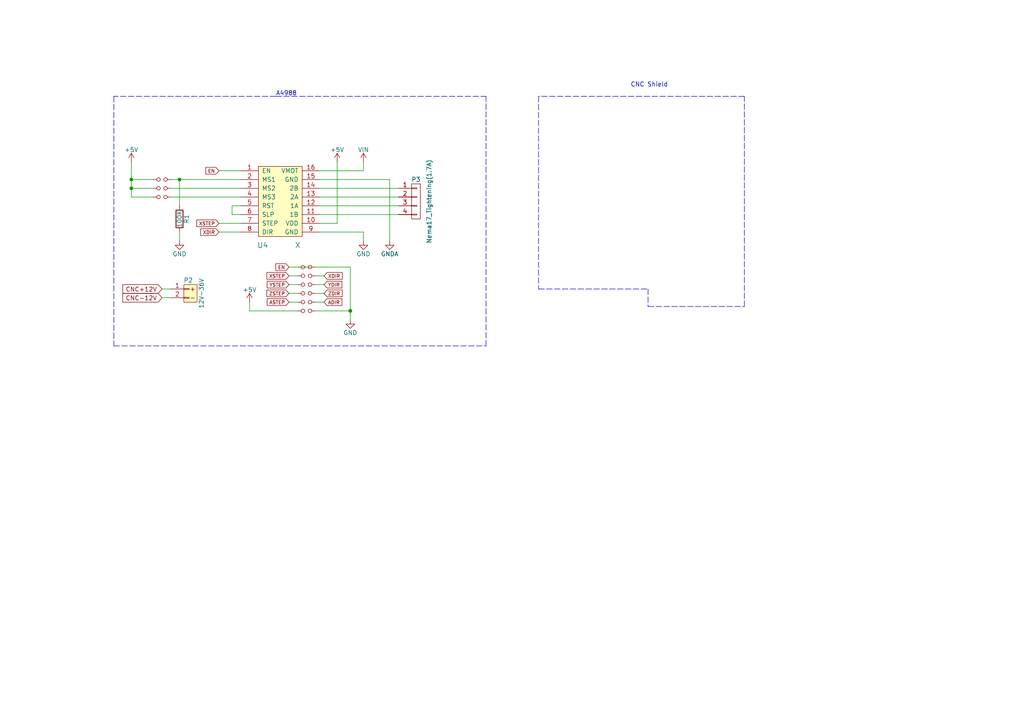
<source format=kicad_sch>
(kicad_sch (version 20211123) (generator eeschema)
  (paper "A4")
  (lib_symbols
    (symbol "Device:R" (pin_numbers hide) (pin_names (offset 0))
      (property "Reference" "R" (at 2.032 0 90))
      (property "Value" "R" (at 0 0 90))
      (symbol "R_0_1"
        (rectangle (start -1.016 -2.54) (end 1.016 2.54) (stroke (width 0.254)))
      )
      (symbol "R_1_1"
        (pin passive line (at 0 3.81 270) (length 1.27) (name "~") (number "1"))
        (pin passive line (at 0 -3.81 90) (length 1.27) (name "~") (number "2"))
      )
    )
    (symbol "power:+5V" (power) (pin_names (offset 0))
      (property "Value" "+5V" (at 0 3.556 0))
      (symbol "+5V_0_1"
        (polyline (pts (xy -0.762 1.27) (xy 0 2.54)))
        (polyline (pts (xy 0 0) (xy 0 2.54)))
        (polyline (pts (xy 0 2.54) (xy 0.762 1.27)))
      )
      (symbol "+5V_1_1"
        (pin power_in line (at 0 0 90) (length 0) hide (name "+5V") (number "1"))
      )
    )
    (symbol "power:GND" (power) (pin_names (offset 0))
      (property "Value" "GND" (at 0 -3.81 0))
      (symbol "GND_0_1"
        (polyline (pts (xy 0 0) (xy 0 -1.27) (xy 1.27 -1.27) (xy 0 -2.54) (xy -1.27 -1.27) (xy 0 -1.27)))
      )
      (symbol "GND_1_1"
        (pin power_in line (at 0 0 270) (length 0) hide (name "GND") (number "1"))
      )
    )
    (symbol "power:GNDA" (power) (pin_names (offset 0))
      (property "Value" "GNDA" (at 0 -3.81 0))
      (symbol "GNDA_0_1"
        (polyline (pts (xy 0 0) (xy 0 -1.27) (xy 1.27 -1.27) (xy 0 -2.54) (xy -1.27 -1.27) (xy 0 -1.27)))
      )
      (symbol "GNDA_1_1"
        (pin power_in line (at 0 0 270) (length 0) hide (name "GNDA") (number "1"))
      )
    )
    (symbol "sb-cnc-shield-rescue:CONN_01X02" (pin_names (offset 1.016) hide)
      (property "Reference" "P?" (at -1.27 2.54 0))
      (property "Value" "12V-36V" (at 2.54 -1.27 90))
      (symbol "CONN_01X02_0_0"
        (text "+" (at 0 0 0) (effects (font (size 1.27 1.27))))
        (text "-" (at 0 -2.54 0) (effects (font (size 1.27 1.27))))
      )
      (symbol "CONN_01X02_0_1"
        (rectangle (start -2.54 -2.413) (end -1.016 -2.667))
        (rectangle (start -2.54 0.127) (end -1.016 -0.127))
        (rectangle (start -2.54 1.27) (end 1.27 -3.81) (fill (type background)))
      )
      (symbol "CONN_01X02_1_1"
        (pin passive line (at -6.35 0 0) (length 3.81) (name "P1") (number "1"))
        (pin passive line (at -6.35 -2.54 0) (length 3.81) (name "P2") (number "2"))
      )
    )
    (symbol "sb-cnc-shield-rescue:CONN_01X04" (pin_names (offset 1.016) hide)
      (property "Reference" "P" (at 0 6.35 0))
      (property "Value" "CONN_01X04" (at 2.54 0 90))
      (symbol "CONN_01X04_0_1"
        (rectangle (start -1.27 -3.683) (end 0.254 -3.937))
        (rectangle (start -1.27 -1.143) (end 0.254 -1.397))
        (rectangle (start -1.27 1.397) (end 0.254 1.143))
        (rectangle (start -1.27 3.937) (end 0.254 3.683))
        (rectangle (start -1.27 5.08) (end 1.27 -5.08))
      )
      (symbol "CONN_01X04_1_1"
        (pin passive line (at -5.08 3.81 0) (length 3.81) (name "P1") (number "1"))
        (pin passive line (at -5.08 1.27 0) (length 3.81) (name "P2") (number "2"))
        (pin passive line (at -5.08 -1.27 0) (length 3.81) (name "P3") (number "3"))
        (pin passive line (at -5.08 -3.81 0) (length 3.81) (name "P4") (number "4"))
      )
    )
    (symbol "sb-cnc-shield-rescue:Jumper_NO_Small-Device" (pin_numbers hide) (pin_names (offset 0.762) hide)
      (property "Reference" "JP" (at 0 2.032 0))
      (property "Value" "Jumper_NO_Small-Device" (at 0.254 -1.524 0))
      (symbol "Jumper_NO_Small-Device_0_1"
        (circle (center -1.016 0) (radius 0.508))
        (circle (center 1.016 0) (radius 0.508))
        (pin passive line (at -2.54 0 0) (length 1.016) (name "1") (number "1"))
        (pin passive line (at 2.54 0 180) (length 1.016) (name "2") (number "2"))
      )
    )
    (symbol "sb-cnc-shield-rescue:POLOLU_STEPPER_DRIVER" (pin_names (offset 1.016))
      (property "Reference" "U?" (at -5.08 -11.43 0))
      (property "Value" "X" (at 5.08 -11.43 0))
      (symbol "POLOLU_STEPPER_DRIVER_0_1"
        (rectangle (start -6.35 -8.89) (end 6.35 11.43) (fill (type background)))
      )
      (symbol "POLOLU_STEPPER_DRIVER_1_1"
        (pin input line (at -11.43 10.16 0) (length 5.08) (name "EN") (number "1"))
        (pin input line (at 11.43 -5.08 180) (length 5.08) (name "VDD") (number "10"))
        (pin input line (at 11.43 -2.54 180) (length 5.08) (name "1B") (number "11"))
        (pin input line (at 11.43 0 180) (length 5.08) (name "1A") (number "12"))
        (pin input line (at 11.43 2.54 180) (length 5.08) (name "2A") (number "13"))
        (pin input line (at 11.43 5.08 180) (length 5.08) (name "2B") (number "14"))
        (pin input line (at 11.43 7.62 180) (length 5.08) (name "GND") (number "15"))
        (pin input line (at 11.43 10.16 180) (length 5.08) (name "VMOT") (number "16"))
        (pin input line (at -11.43 7.62 0) (length 5.08) (name "MS1") (number "2"))
        (pin input line (at -11.43 5.08 0) (length 5.08) (name "MS2") (number "3"))
        (pin input line (at -11.43 2.54 0) (length 5.08) (name "MS3") (number "4"))
        (pin input line (at -11.43 0 0) (length 5.08) (name "RST") (number "5"))
        (pin input line (at -11.43 -2.54 0) (length 5.08) (name "SLP") (number "6"))
        (pin input line (at -11.43 -5.08 0) (length 5.08) (name "STEP") (number "7"))
        (pin input line (at -11.43 -7.62 0) (length 5.08) (name "DIR") (number "8"))
        (pin input line (at 11.43 -7.62 180) (length 5.08) (name "GND") (number "9"))
      )
    )
    (symbol "sb-cnc-shield-rescue:VIN" (power) (pin_names (offset 0))
      (property "Value" "VIN" (at 0 3.556 0))
      (symbol "VIN_0_1"
        (polyline (pts (xy -0.762 1.27) (xy 0 2.54)))
        (polyline (pts (xy 0 0) (xy 0 2.54)))
        (polyline (pts (xy 0 2.54) (xy 0.762 1.27)))
      )
      (symbol "VIN_1_1"
        (pin power_in line (at 0 0 90) (length 0) hide (name "VIN") (number "1"))
      )
    )
  )
  (junction (at 38.1 52.07))
  (junction (at 52.07 52.07))
  (junction (at 38.1 54.61))
  (junction (at 101.6 90.17))
  (wire (pts (xy 67.31 59.69) (xy 67.31 62.23)))
  (wire (pts (xy 49.53 83.82) (xy 46.99 83.82)))
  (wire (pts (xy 105.41 67.31) (xy 105.41 69.85)))
  (wire (pts (xy 86.36 90.17) (xy 72.39 90.17)))
  (wire (pts (xy 38.1 52.07) (xy 38.1 54.61)))
  (wire (pts (xy 92.71 57.15) (xy 115.57 57.15)))
  (wire (pts (xy 67.31 62.23) (xy 69.85 62.23)))
  (wire (pts (xy 38.1 46.99) (xy 38.1 52.07)))
  (polyline (pts (xy 33.02 27.94) (xy 33.02 100.33)))
  (wire (pts (xy 101.6 77.47) (xy 91.44 77.47)))
  (polyline (pts (xy 187.96 83.82) (xy 187.96 88.9)))
  (polyline (pts (xy 80.01 27.94) (xy 33.02 27.94)))
  (wire (pts (xy 83.82 85.09) (xy 86.36 85.09)))
  (wire (pts (xy 105.41 49.53) (xy 105.41 46.99)))
  (wire (pts (xy 63.5 49.53) (xy 69.85 49.53)))
  (wire (pts (xy 87.63 77.47) (xy 90.17 77.47)))
  (wire (pts (xy 91.44 82.55) (xy 93.98 82.55)))
  (wire (pts (xy 63.5 64.77) (xy 69.85 64.77)))
  (wire (pts (xy 83.82 80.01) (xy 86.36 80.01)))
  (wire (pts (xy 115.57 54.61) (xy 92.71 54.61)))
  (wire (pts (xy 72.39 90.17) (xy 72.39 87.63)))
  (wire (pts (xy 38.1 54.61) (xy 38.1 57.15)))
  (wire (pts (xy 52.07 59.69) (xy 52.07 52.07)))
  (polyline (pts (xy 156.21 27.94) (xy 156.21 83.82)))
  (wire (pts (xy 52.07 67.31) (xy 52.07 69.85)))
  (wire (pts (xy 83.82 87.63) (xy 86.36 87.63)))
  (polyline (pts (xy 156.21 83.82) (xy 187.96 83.82)))
  (wire (pts (xy 97.79 64.77) (xy 97.79 46.99)))
  (wire (pts (xy 91.44 80.01) (xy 93.98 80.01)))
  (wire (pts (xy 44.45 52.07) (xy 38.1 52.07)))
  (wire (pts (xy 52.07 52.07) (xy 69.85 52.07)))
  (wire (pts (xy 83.82 77.47) (xy 86.36 77.47)))
  (polyline (pts (xy 33.02 100.33) (xy 140.97 100.33)))
  (wire (pts (xy 92.71 64.77) (xy 97.79 64.77)))
  (polyline (pts (xy 215.9 88.9) (xy 215.9 27.94)))
  (wire (pts (xy 83.82 82.55) (xy 86.36 82.55)))
  (wire (pts (xy 92.71 52.07) (xy 113.03 52.07)))
  (wire (pts (xy 63.5 67.31) (xy 69.85 67.31)))
  (polyline (pts (xy 80.01 27.94) (xy 140.97 27.94)))
  (wire (pts (xy 92.71 67.31) (xy 105.41 67.31)))
  (wire (pts (xy 69.85 54.61) (xy 49.53 54.61)))
  (polyline (pts (xy 187.96 88.9) (xy 215.9 88.9)))
  (wire (pts (xy 69.85 59.69) (xy 67.31 59.69)))
  (wire (pts (xy 101.6 90.17) (xy 101.6 92.71)))
  (wire (pts (xy 38.1 54.61) (xy 44.45 54.61)))
  (wire (pts (xy 92.71 62.23) (xy 115.57 62.23)))
  (polyline (pts (xy 215.9 27.94) (xy 156.21 27.94)))
  (wire (pts (xy 49.53 52.07) (xy 52.07 52.07)))
  (wire (pts (xy 38.1 57.15) (xy 44.45 57.15)))
  (wire (pts (xy 91.44 90.17) (xy 101.6 90.17)))
  (wire (pts (xy 49.53 86.36) (xy 46.99 86.36)))
  (wire (pts (xy 91.44 87.63) (xy 93.98 87.63)))
  (wire (pts (xy 101.6 77.47) (xy 101.6 90.17)))
  (polyline (pts (xy 140.97 100.33) (xy 140.97 27.94)))
  (wire (pts (xy 91.44 85.09) (xy 93.98 85.09)))
  (wire (pts (xy 113.03 52.07) (xy 113.03 69.85)))
  (wire (pts (xy 92.71 49.53) (xy 105.41 49.53)))
  (wire (pts (xy 69.85 57.15) (xy 49.53 57.15)))
  (wire (pts (xy 92.71 59.69) (xy 115.57 59.69)))
  (text "A4988" (at 80.01 27.94 0) (effects (font (size 1.27 1.27)) (justify left bottom)))
  (text "CNC Shield" (at 182.88 25.4 0) (effects (font (size 1.27 1.27)) (justify left bottom)))
  (global_label "YDIR" (shape input) (at 93.98 82.55 0) (effects (font (size 0.9906 0.9906))) (property "Intersheet References" "${INTERSHEET_REFS}" (effects hide)))
  (global_label "EN" (shape input) (at 63.5 49.53 180) (effects (font (size 0.9906 0.9906))) (property "Intersheet References" "${INTERSHEET_REFS}" (effects hide)))
  (global_label "EN" (shape input) (at 83.82 77.47 180) (effects (font (size 0.9906 0.9906))) (property "Intersheet References" "${INTERSHEET_REFS}" (effects hide)))
  (global_label "XSTEP" (shape input) (at 63.5 64.77 180) (effects (font (size 0.9906 0.9906))) (property "Intersheet References" "${INTERSHEET_REFS}" (effects hide)))
  (global_label "XDIR" (shape input) (at 63.5 67.31 180) (effects (font (size 0.9906 0.9906))) (property "Intersheet References" "${INTERSHEET_REFS}" (effects hide)))
  (global_label "CNC-12V" (shape input) (at 46.99 86.36 180) (property "Intersheet References" "${INTERSHEET_REFS}" (effects hide)))
  (global_label "CNC+12V" (shape input) (at 46.99 83.82 180) (property "Intersheet References" "${INTERSHEET_REFS}" (effects hide)))
  (global_label "XSTEP" (shape input) (at 83.82 80.01 180) (effects (font (size 0.9906 0.9906))) (property "Intersheet References" "${INTERSHEET_REFS}" (effects hide)))
  (global_label "XDIR" (shape input) (at 93.98 80.01 0) (effects (font (size 0.9906 0.9906))) (property "Intersheet References" "${INTERSHEET_REFS}" (effects hide)))
  (global_label "ADIR" (shape input) (at 93.98 87.63 0) (effects (font (size 0.9906 0.9906))) (property "Intersheet References" "${INTERSHEET_REFS}" (effects hide)))
  (global_label "ZDIR" (shape input) (at 93.98 85.09 0) (effects (font (size 0.9906 0.9906))) (property "Intersheet References" "${INTERSHEET_REFS}" (effects hide)))
  (global_label "YSTEP" (shape input) (at 83.82 82.55 180) (effects (font (size 0.9906 0.9906))) (property "Intersheet References" "${INTERSHEET_REFS}" (effects hide)))
  (global_label "ASTEP" (shape input) (at 83.82 87.63 180) (effects (font (size 0.9906 0.9906))) (property "Intersheet References" "${INTERSHEET_REFS}" (effects hide)))
  (global_label "ZSTEP" (shape input) (at 83.82 85.09 180) (effects (font (size 0.9906 0.9906))) (property "Intersheet References" "${INTERSHEET_REFS}" (effects hide)))
  (symbol (lib_id "sb-cnc-shield-rescue:Jumper_NO_Small-Device") (at 46.99 54.61 0) (unit 1)
    (property "Reference" "JP2" (effects hide))
    (property "Value" "Jumper_NO_Small" (effects hide))
    (property "Footprint" "footprints:Pin_100mil_Header_Straight_1x02" (effects hide))
  )
  (symbol (lib_id "sb-cnc-shield-rescue:Jumper_NO_Small-Device") (at 88.9 87.63 0) (unit 1)
    (property "Reference" "JP8" (effects hide))
    (property "Value" "ASTEP/DIR" (effects hide))
    (property "Footprint" "footprints:Pin_100mil_Header_Straight_1x02" (effects hide))
  )
  (symbol (lib_id "sb-cnc-shield-rescue:Jumper_NO_Small-Device") (at 46.99 52.07 0) (unit 1)
    (property "Reference" "JP1" (effects hide))
    (property "Value" "Jumper_NO_Small" (effects hide))
    (property "Footprint" "footprints:Pin_100mil_Header_Straight_1x02" (effects hide))
  )
  (symbol (lib_id "sb-cnc-shield-rescue:VIN") (at 105.41 46.99 0) (unit 1)
    (property "Reference" "#PWR012" (effects hide))
    (property "Value" "VIN" (at 105.41 43.434 0))
  )
  (symbol (lib_id "sb-cnc-shield-rescue:Jumper_NO_Small-Device") (at 88.9 82.55 0) (unit 1)
    (property "Reference" "JP6" (effects hide))
    (property "Value" "YSTEP/DIR" (effects hide))
    (property "Footprint" "footprints:Pin_100mil_Header_Straight_1x02" (effects hide))
  )
  (symbol (lib_id "sb-cnc-shield-rescue:Jumper_NO_Small-Device") (at 88.9 77.47 0) (unit 1)
    (property "Reference" "JP4" (effects hide))
    (property "Value" "EN/GND" (effects hide))
    (property "Footprint" "footprints:Pin_100mil_Header_Straight_1x02" (effects hide))
  )
  (symbol (lib_id "sb-cnc-shield-rescue:Jumper_NO_Small-Device") (at 88.9 80.01 0) (unit 1)
    (property "Reference" "JP5" (effects hide))
    (property "Value" "XSTEP/DIR" (effects hide))
    (property "Footprint" "footprints:Pin_100mil_Header_Straight_1x02" (effects hide))
  )
  (symbol (lib_id "sb-cnc-shield-rescue:CONN_01X04") (at 120.65 58.42 0) (unit 1)
    (property "Reference" "P3" (at 120.65 52.07 0))
    (property "Value" "Nema17_Tightening(1.7A)" (at 124.46 58.42 90))
    (property "Footprint" "Pin_Headers:Pin_Header_Straight_2x04" (effects hide))
  )
  (symbol (lib_id "power:GND") (at 52.07 69.85 0) (unit 1)
    (property "Reference" "#PWR08" (effects hide))
    (property "Value" "GND" (at 52.07 73.66 0))
  )
  (symbol (lib_id "sb-cnc-shield-rescue:CONN_01X02") (at 55.88 83.82 0) (unit 1)
    (property "Reference" "P2" (at 54.61 81.28 0))
    (property "Value" "12V-36V" (at 58.42 85.09 90))
    (property "Footprint" "footprints:CONN_01x02_PITCH_5.08mm" (effects hide))
  )
  (symbol (lib_id "power:GND") (at 105.41 69.85 0) (unit 1)
    (property "Reference" "#PWR013" (effects hide))
    (property "Value" "GND" (at 105.41 73.66 0))
  )
  (symbol (lib_id "power:+5V") (at 72.39 87.63 0) (unit 1)
    (property "Reference" "#PWR09" (effects hide))
    (property "Value" "+5V" (at 72.39 84.074 0))
  )
  (symbol (lib_id "Device:R") (at 52.07 63.5 0) (unit 1)
    (property "Reference" "R1" (at 54.102 63.5 90))
    (property "Value" "100K" (at 52.07 63.5 90))
    (property "Footprint" "Resistors_SMD:R_0805" (effects hide))
  )
  (symbol (lib_id "sb-cnc-shield-rescue:Jumper_NO_Small-Device") (at 46.99 57.15 0) (unit 1)
    (property "Reference" "JP3" (effects hide))
    (property "Value" "Jumper_NO_Small" (effects hide))
    (property "Footprint" "footprints:Pin_100mil_Header_Straight_1x02" (effects hide))
  )
  (symbol (lib_id "power:GNDA") (at 113.03 69.85 0) (unit 1)
    (property "Reference" "#PWR014" (effects hide))
    (property "Value" "GNDA" (at 113.03 73.66 0))
  )
  (symbol (lib_id "sb-cnc-shield-rescue:Jumper_NO_Small-Device") (at 88.9 85.09 0) (unit 1)
    (property "Reference" "JP7" (effects hide))
    (property "Value" "ZSTEP/DIR" (effects hide))
    (property "Footprint" "footprints:Pin_100mil_Header_Straight_1x02" (effects hide))
  )
  (symbol (lib_id "power:+5V") (at 97.79 46.99 0) (unit 1)
    (property "Reference" "#PWR010" (effects hide))
    (property "Value" "+5V" (at 97.79 43.434 0))
  )
  (symbol (lib_id "power:GND") (at 101.6 92.71 0) (unit 1)
    (property "Reference" "#PWR011" (effects hide))
    (property "Value" "GND" (at 101.6 96.52 0))
  )
  (symbol (lib_id "sb-cnc-shield-rescue:POLOLU_STEPPER_DRIVER") (at 81.28 59.69 0) (unit 1)
    (property "Reference" "U4" (at 76.2 71.12 0) (effects (font (size 1.524 1.524))))
    (property "Value" "X" (at 86.36 71.12 0) (effects (font (size 1.524 1.524))))
    (property "Footprint" "footprints:POLOLU_STEPPER_DRIVER" (effects hide))
  )
  (symbol (lib_id "sb-cnc-shield-rescue:Jumper_NO_Small-Device") (at 88.9 90.17 0) (unit 1)
    (property "Reference" "JP9" (effects hide))
    (property "Value" "+5V/GND" (effects hide))
    (property "Footprint" "footprints:Pin_100mil_Header_Straight_1x02" (effects hide))
  )
  (symbol (lib_id "power:+5V") (at 38.1 46.99 0) (unit 1)
    (property "Reference" "#PWR01" (effects hide))
    (property "Value" "+5V" (at 38.1 43.434 0))
  )
)
</source>
